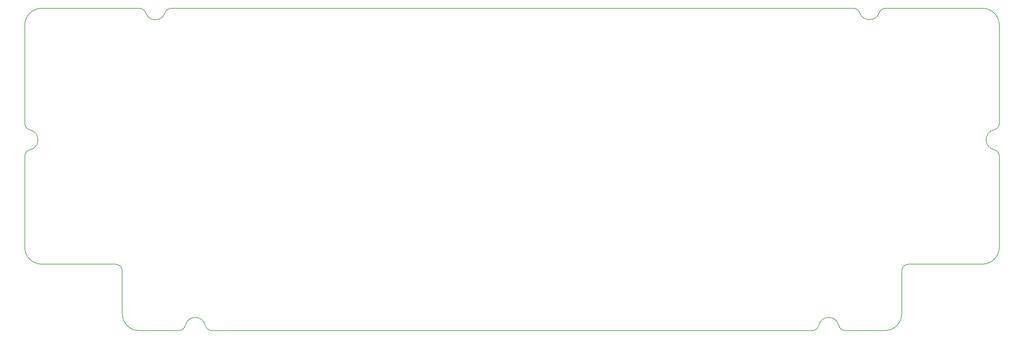
<source format=gbr>
%TF.GenerationSoftware,KiCad,Pcbnew,8.0.9*%
%TF.CreationDate,2025-07-07T03:51:01+07:00*%
%TF.ProjectId,Agar HE,41676172-2048-4452-9e6b-696361645f70,rev?*%
%TF.SameCoordinates,Original*%
%TF.FileFunction,Profile,NP*%
%FSLAX46Y46*%
G04 Gerber Fmt 4.6, Leading zero omitted, Abs format (unit mm)*
G04 Created by KiCad (PCBNEW 8.0.9) date 2025-07-07 03:51:01*
%MOMM*%
%LPD*%
G01*
G04 APERTURE LIST*
%TA.AperFunction,Profile*%
%ADD10C,0.200000*%
%TD*%
G04 APERTURE END LIST*
D10*
X295037500Y-14787500D02*
X266672312Y-14787500D01*
X247097844Y-107985056D02*
G75*
G02*
X245148480Y-109537465I-1949244J447556D01*
G01*
X271437509Y-104537500D02*
G75*
G02*
X266437500Y-109537509I-5000009J0D01*
G01*
X55430090Y-16139813D02*
G75*
G02*
X57322312Y-14787511I1892210J-647687D01*
G01*
X257211200Y-14787500D02*
G75*
G02*
X259103422Y-16139815I0J-2000000D01*
G01*
X14287500Y-19787501D02*
X14287500Y-48584296D01*
X14287500Y-58330696D02*
G75*
G02*
X15839948Y-56381419I2000000J-4D01*
G01*
X15839949Y-50533579D02*
G75*
G02*
X14287502Y-48584296I447551J1949279D01*
G01*
X14287500Y-58330696D02*
X14287500Y-85012501D01*
X47861200Y-14787500D02*
X19287499Y-14787500D01*
X295037500Y-14787500D02*
G75*
G02*
X300037500Y-19787500I0J-5000000D01*
G01*
X264780090Y-16139813D02*
G75*
G02*
X266672312Y-14787511I1892210J-647687D01*
G01*
X47887500Y-109537505D02*
G75*
G02*
X42887500Y-104544571I0J5000005D01*
G01*
X264780090Y-16139813D02*
G75*
G02*
X259103428Y-16139813I-2838331J971532D01*
G01*
X61360435Y-107985339D02*
G75*
G02*
X59403989Y-109537506I-1949235J447839D01*
G01*
X273437500Y-90012505D02*
X295037498Y-90012505D01*
X47861200Y-14787500D02*
G75*
G02*
X49753422Y-16139815I0J-2000000D01*
G01*
X69157287Y-109537504D02*
X245148480Y-109537464D01*
X69157287Y-109537504D02*
G75*
G02*
X67208081Y-107985340I13J2000004D01*
G01*
X19287500Y-90012501D02*
G75*
G02*
X14287499Y-85012501I0J5000001D01*
G01*
X19287500Y-90012501D02*
X40887500Y-90012501D01*
X55430090Y-16139813D02*
G75*
G02*
X49753426Y-16139813I-2838332J971532D01*
G01*
X42887501Y-92012500D02*
X42887501Y-104544571D01*
X247097844Y-107985056D02*
G75*
G02*
X252945688Y-107985056I2923922J-671326D01*
G01*
X298485382Y-56348673D02*
G75*
G02*
X298485397Y-50501123I671818J2923773D01*
G01*
X300037500Y-48551900D02*
X300037500Y-19787500D01*
X254895000Y-109537505D02*
X266437500Y-109537505D01*
X298485382Y-56348673D02*
G75*
G02*
X300037500Y-58288735I-447882J-1949227D01*
G01*
X257211200Y-14787500D02*
X57322312Y-14787500D01*
X271437509Y-104537500D02*
X271437509Y-92012500D01*
X271437509Y-92012500D02*
G75*
G02*
X273437500Y-90012509I1999991J0D01*
G01*
X254895000Y-109537505D02*
G75*
G02*
X252945713Y-107985050I0J2000005D01*
G01*
X15839949Y-50533579D02*
G75*
G02*
X15839949Y-56381421I-671329J-2923921D01*
G01*
X14287500Y-19787501D02*
G75*
G02*
X19287499Y-14787500I5000000J1D01*
G01*
X300037500Y-48551900D02*
G75*
G02*
X298485393Y-50501103I-2000000J0D01*
G01*
X300037500Y-85012500D02*
X300037500Y-58288735D01*
X61360435Y-107985339D02*
G75*
G02*
X67208085Y-107985339I2923825J-671751D01*
G01*
X47887500Y-109537505D02*
X59403989Y-109537505D01*
X40887500Y-90012499D02*
G75*
G02*
X42887501Y-92012500I0J-2000001D01*
G01*
X300037500Y-85012500D02*
G75*
G02*
X295037498Y-90012500I-5000000J0D01*
G01*
M02*

</source>
